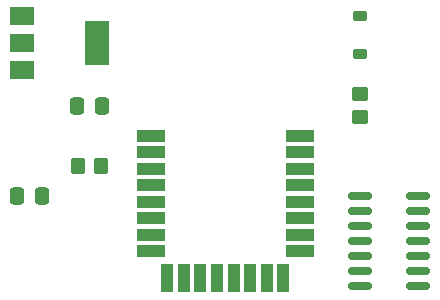
<source format=gtp>
G04 #@! TF.GenerationSoftware,KiCad,Pcbnew,7.0.10*
G04 #@! TF.CreationDate,2024-03-19T20:06:51-05:00*
G04 #@! TF.ProjectId,keychain,6b657963-6861-4696-9e2e-6b696361645f,rev?*
G04 #@! TF.SameCoordinates,Original*
G04 #@! TF.FileFunction,Paste,Top*
G04 #@! TF.FilePolarity,Positive*
%FSLAX46Y46*%
G04 Gerber Fmt 4.6, Leading zero omitted, Abs format (unit mm)*
G04 Created by KiCad (PCBNEW 7.0.10) date 2024-03-19 20:06:51*
%MOMM*%
%LPD*%
G01*
G04 APERTURE LIST*
G04 Aperture macros list*
%AMRoundRect*
0 Rectangle with rounded corners*
0 $1 Rounding radius*
0 $2 $3 $4 $5 $6 $7 $8 $9 X,Y pos of 4 corners*
0 Add a 4 corners polygon primitive as box body*
4,1,4,$2,$3,$4,$5,$6,$7,$8,$9,$2,$3,0*
0 Add four circle primitives for the rounded corners*
1,1,$1+$1,$2,$3*
1,1,$1+$1,$4,$5*
1,1,$1+$1,$6,$7*
1,1,$1+$1,$8,$9*
0 Add four rect primitives between the rounded corners*
20,1,$1+$1,$2,$3,$4,$5,0*
20,1,$1+$1,$4,$5,$6,$7,0*
20,1,$1+$1,$6,$7,$8,$9,0*
20,1,$1+$1,$8,$9,$2,$3,0*%
G04 Aperture macros list end*
%ADD10RoundRect,0.250000X-0.450000X0.350000X-0.450000X-0.350000X0.450000X-0.350000X0.450000X0.350000X0*%
%ADD11RoundRect,0.225000X0.375000X-0.225000X0.375000X0.225000X-0.375000X0.225000X-0.375000X-0.225000X0*%
%ADD12R,2.000000X1.500000*%
%ADD13R,2.000000X3.800000*%
%ADD14RoundRect,0.150000X-0.825000X-0.150000X0.825000X-0.150000X0.825000X0.150000X-0.825000X0.150000X0*%
%ADD15R,2.450000X1.000000*%
%ADD16R,1.000000X2.450000*%
%ADD17RoundRect,0.250000X-0.337500X-0.475000X0.337500X-0.475000X0.337500X0.475000X-0.337500X0.475000X0*%
%ADD18RoundRect,0.250000X-0.350000X-0.450000X0.350000X-0.450000X0.350000X0.450000X-0.350000X0.450000X0*%
G04 APERTURE END LIST*
D10*
X139700000Y-62500000D03*
X139700000Y-64500000D03*
D11*
X139700000Y-59180000D03*
X139700000Y-55880000D03*
D12*
X111150000Y-55880000D03*
X111150000Y-58180000D03*
D13*
X117450000Y-58180000D03*
D12*
X111150000Y-60480000D03*
D14*
X139700000Y-71120000D03*
X139700000Y-72390000D03*
X139700000Y-73660000D03*
X139700000Y-74930000D03*
X139700000Y-76200000D03*
X139700000Y-77470000D03*
X139700000Y-78740000D03*
X144650000Y-78740000D03*
X144650000Y-77470000D03*
X144650000Y-76200000D03*
X144650000Y-74930000D03*
X144650000Y-73660000D03*
X144650000Y-72390000D03*
X144650000Y-71120000D03*
D15*
X122020000Y-66040000D03*
X122020000Y-67440000D03*
X122020000Y-68840000D03*
X122020000Y-70240000D03*
X122020000Y-71640000D03*
X122020000Y-73040000D03*
X122020000Y-74440000D03*
X122020000Y-75840000D03*
D16*
X123420000Y-78135000D03*
X124820000Y-78135000D03*
X126220000Y-78135000D03*
X127620000Y-78135000D03*
X129020000Y-78135000D03*
X130420000Y-78135000D03*
X131820000Y-78135000D03*
X133220000Y-78135000D03*
D15*
X134620000Y-75838800D03*
X134620000Y-74438800D03*
X134620000Y-73040000D03*
X134620000Y-71640000D03*
X134620000Y-70240000D03*
X134620000Y-68840000D03*
X134620000Y-67440000D03*
X134620000Y-66040000D03*
D17*
X110722500Y-71120000D03*
X112797500Y-71120000D03*
D18*
X115840000Y-68580000D03*
X117840000Y-68580000D03*
D17*
X115802500Y-63500000D03*
X117877500Y-63500000D03*
M02*

</source>
